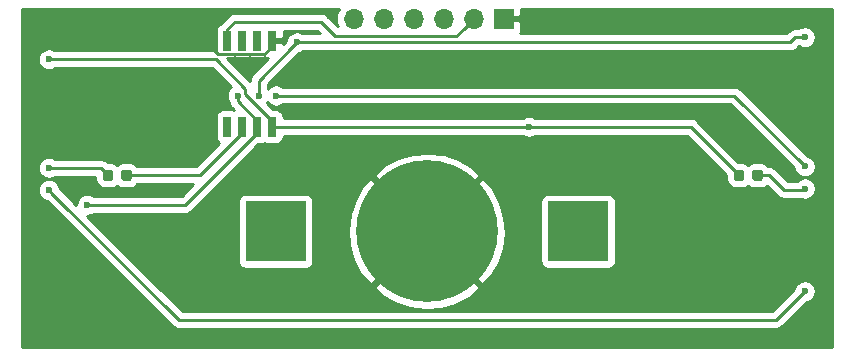
<source format=gbr>
G04 #@! TF.GenerationSoftware,KiCad,Pcbnew,(5.1.4)-1*
G04 #@! TF.CreationDate,2020-02-13T00:02:55-05:00*
G04 #@! TF.ProjectId,enemies,656e656d-6965-4732-9e6b-696361645f70,rev?*
G04 #@! TF.SameCoordinates,Original*
G04 #@! TF.FileFunction,Copper,L2,Bot*
G04 #@! TF.FilePolarity,Positive*
%FSLAX46Y46*%
G04 Gerber Fmt 4.6, Leading zero omitted, Abs format (unit mm)*
G04 Created by KiCad (PCBNEW (5.1.4)-1) date 2020-02-13 00:02:55*
%MOMM*%
%LPD*%
G04 APERTURE LIST*
%ADD10R,0.650000X1.700000*%
%ADD11C,0.100000*%
%ADD12C,0.875000*%
%ADD13O,1.700000X1.700000*%
%ADD14R,1.700000X1.700000*%
%ADD15C,12.000000*%
%ADD16R,5.100000X5.100000*%
%ADD17C,0.600000*%
%ADD18C,0.250000*%
%ADD19C,0.254000*%
G04 APERTURE END LIST*
D10*
X118095000Y-95650000D03*
X119365000Y-95650000D03*
X120635000Y-95650000D03*
X121905000Y-95650000D03*
X121905000Y-88350000D03*
X120635000Y-88350000D03*
X119365000Y-88350000D03*
X118095000Y-88350000D03*
D11*
G36*
X109815191Y-99276053D02*
G01*
X109836426Y-99279203D01*
X109857250Y-99284419D01*
X109877462Y-99291651D01*
X109896868Y-99300830D01*
X109915281Y-99311866D01*
X109932524Y-99324654D01*
X109948430Y-99339070D01*
X109962846Y-99354976D01*
X109975634Y-99372219D01*
X109986670Y-99390632D01*
X109995849Y-99410038D01*
X110003081Y-99430250D01*
X110008297Y-99451074D01*
X110011447Y-99472309D01*
X110012500Y-99493750D01*
X110012500Y-100006250D01*
X110011447Y-100027691D01*
X110008297Y-100048926D01*
X110003081Y-100069750D01*
X109995849Y-100089962D01*
X109986670Y-100109368D01*
X109975634Y-100127781D01*
X109962846Y-100145024D01*
X109948430Y-100160930D01*
X109932524Y-100175346D01*
X109915281Y-100188134D01*
X109896868Y-100199170D01*
X109877462Y-100208349D01*
X109857250Y-100215581D01*
X109836426Y-100220797D01*
X109815191Y-100223947D01*
X109793750Y-100225000D01*
X109356250Y-100225000D01*
X109334809Y-100223947D01*
X109313574Y-100220797D01*
X109292750Y-100215581D01*
X109272538Y-100208349D01*
X109253132Y-100199170D01*
X109234719Y-100188134D01*
X109217476Y-100175346D01*
X109201570Y-100160930D01*
X109187154Y-100145024D01*
X109174366Y-100127781D01*
X109163330Y-100109368D01*
X109154151Y-100089962D01*
X109146919Y-100069750D01*
X109141703Y-100048926D01*
X109138553Y-100027691D01*
X109137500Y-100006250D01*
X109137500Y-99493750D01*
X109138553Y-99472309D01*
X109141703Y-99451074D01*
X109146919Y-99430250D01*
X109154151Y-99410038D01*
X109163330Y-99390632D01*
X109174366Y-99372219D01*
X109187154Y-99354976D01*
X109201570Y-99339070D01*
X109217476Y-99324654D01*
X109234719Y-99311866D01*
X109253132Y-99300830D01*
X109272538Y-99291651D01*
X109292750Y-99284419D01*
X109313574Y-99279203D01*
X109334809Y-99276053D01*
X109356250Y-99275000D01*
X109793750Y-99275000D01*
X109815191Y-99276053D01*
X109815191Y-99276053D01*
G37*
D12*
X109575000Y-99750000D03*
D11*
G36*
X108240191Y-99276053D02*
G01*
X108261426Y-99279203D01*
X108282250Y-99284419D01*
X108302462Y-99291651D01*
X108321868Y-99300830D01*
X108340281Y-99311866D01*
X108357524Y-99324654D01*
X108373430Y-99339070D01*
X108387846Y-99354976D01*
X108400634Y-99372219D01*
X108411670Y-99390632D01*
X108420849Y-99410038D01*
X108428081Y-99430250D01*
X108433297Y-99451074D01*
X108436447Y-99472309D01*
X108437500Y-99493750D01*
X108437500Y-100006250D01*
X108436447Y-100027691D01*
X108433297Y-100048926D01*
X108428081Y-100069750D01*
X108420849Y-100089962D01*
X108411670Y-100109368D01*
X108400634Y-100127781D01*
X108387846Y-100145024D01*
X108373430Y-100160930D01*
X108357524Y-100175346D01*
X108340281Y-100188134D01*
X108321868Y-100199170D01*
X108302462Y-100208349D01*
X108282250Y-100215581D01*
X108261426Y-100220797D01*
X108240191Y-100223947D01*
X108218750Y-100225000D01*
X107781250Y-100225000D01*
X107759809Y-100223947D01*
X107738574Y-100220797D01*
X107717750Y-100215581D01*
X107697538Y-100208349D01*
X107678132Y-100199170D01*
X107659719Y-100188134D01*
X107642476Y-100175346D01*
X107626570Y-100160930D01*
X107612154Y-100145024D01*
X107599366Y-100127781D01*
X107588330Y-100109368D01*
X107579151Y-100089962D01*
X107571919Y-100069750D01*
X107566703Y-100048926D01*
X107563553Y-100027691D01*
X107562500Y-100006250D01*
X107562500Y-99493750D01*
X107563553Y-99472309D01*
X107566703Y-99451074D01*
X107571919Y-99430250D01*
X107579151Y-99410038D01*
X107588330Y-99390632D01*
X107599366Y-99372219D01*
X107612154Y-99354976D01*
X107626570Y-99339070D01*
X107642476Y-99324654D01*
X107659719Y-99311866D01*
X107678132Y-99300830D01*
X107697538Y-99291651D01*
X107717750Y-99284419D01*
X107738574Y-99279203D01*
X107759809Y-99276053D01*
X107781250Y-99275000D01*
X108218750Y-99275000D01*
X108240191Y-99276053D01*
X108240191Y-99276053D01*
G37*
D12*
X108000000Y-99750000D03*
D11*
G36*
X161665191Y-99276053D02*
G01*
X161686426Y-99279203D01*
X161707250Y-99284419D01*
X161727462Y-99291651D01*
X161746868Y-99300830D01*
X161765281Y-99311866D01*
X161782524Y-99324654D01*
X161798430Y-99339070D01*
X161812846Y-99354976D01*
X161825634Y-99372219D01*
X161836670Y-99390632D01*
X161845849Y-99410038D01*
X161853081Y-99430250D01*
X161858297Y-99451074D01*
X161861447Y-99472309D01*
X161862500Y-99493750D01*
X161862500Y-100006250D01*
X161861447Y-100027691D01*
X161858297Y-100048926D01*
X161853081Y-100069750D01*
X161845849Y-100089962D01*
X161836670Y-100109368D01*
X161825634Y-100127781D01*
X161812846Y-100145024D01*
X161798430Y-100160930D01*
X161782524Y-100175346D01*
X161765281Y-100188134D01*
X161746868Y-100199170D01*
X161727462Y-100208349D01*
X161707250Y-100215581D01*
X161686426Y-100220797D01*
X161665191Y-100223947D01*
X161643750Y-100225000D01*
X161206250Y-100225000D01*
X161184809Y-100223947D01*
X161163574Y-100220797D01*
X161142750Y-100215581D01*
X161122538Y-100208349D01*
X161103132Y-100199170D01*
X161084719Y-100188134D01*
X161067476Y-100175346D01*
X161051570Y-100160930D01*
X161037154Y-100145024D01*
X161024366Y-100127781D01*
X161013330Y-100109368D01*
X161004151Y-100089962D01*
X160996919Y-100069750D01*
X160991703Y-100048926D01*
X160988553Y-100027691D01*
X160987500Y-100006250D01*
X160987500Y-99493750D01*
X160988553Y-99472309D01*
X160991703Y-99451074D01*
X160996919Y-99430250D01*
X161004151Y-99410038D01*
X161013330Y-99390632D01*
X161024366Y-99372219D01*
X161037154Y-99354976D01*
X161051570Y-99339070D01*
X161067476Y-99324654D01*
X161084719Y-99311866D01*
X161103132Y-99300830D01*
X161122538Y-99291651D01*
X161142750Y-99284419D01*
X161163574Y-99279203D01*
X161184809Y-99276053D01*
X161206250Y-99275000D01*
X161643750Y-99275000D01*
X161665191Y-99276053D01*
X161665191Y-99276053D01*
G37*
D12*
X161425000Y-99750000D03*
D11*
G36*
X163240191Y-99276053D02*
G01*
X163261426Y-99279203D01*
X163282250Y-99284419D01*
X163302462Y-99291651D01*
X163321868Y-99300830D01*
X163340281Y-99311866D01*
X163357524Y-99324654D01*
X163373430Y-99339070D01*
X163387846Y-99354976D01*
X163400634Y-99372219D01*
X163411670Y-99390632D01*
X163420849Y-99410038D01*
X163428081Y-99430250D01*
X163433297Y-99451074D01*
X163436447Y-99472309D01*
X163437500Y-99493750D01*
X163437500Y-100006250D01*
X163436447Y-100027691D01*
X163433297Y-100048926D01*
X163428081Y-100069750D01*
X163420849Y-100089962D01*
X163411670Y-100109368D01*
X163400634Y-100127781D01*
X163387846Y-100145024D01*
X163373430Y-100160930D01*
X163357524Y-100175346D01*
X163340281Y-100188134D01*
X163321868Y-100199170D01*
X163302462Y-100208349D01*
X163282250Y-100215581D01*
X163261426Y-100220797D01*
X163240191Y-100223947D01*
X163218750Y-100225000D01*
X162781250Y-100225000D01*
X162759809Y-100223947D01*
X162738574Y-100220797D01*
X162717750Y-100215581D01*
X162697538Y-100208349D01*
X162678132Y-100199170D01*
X162659719Y-100188134D01*
X162642476Y-100175346D01*
X162626570Y-100160930D01*
X162612154Y-100145024D01*
X162599366Y-100127781D01*
X162588330Y-100109368D01*
X162579151Y-100089962D01*
X162571919Y-100069750D01*
X162566703Y-100048926D01*
X162563553Y-100027691D01*
X162562500Y-100006250D01*
X162562500Y-99493750D01*
X162563553Y-99472309D01*
X162566703Y-99451074D01*
X162571919Y-99430250D01*
X162579151Y-99410038D01*
X162588330Y-99390632D01*
X162599366Y-99372219D01*
X162612154Y-99354976D01*
X162626570Y-99339070D01*
X162642476Y-99324654D01*
X162659719Y-99311866D01*
X162678132Y-99300830D01*
X162697538Y-99291651D01*
X162717750Y-99284419D01*
X162738574Y-99279203D01*
X162759809Y-99276053D01*
X162781250Y-99275000D01*
X163218750Y-99275000D01*
X163240191Y-99276053D01*
X163240191Y-99276053D01*
G37*
D12*
X163000000Y-99750000D03*
D13*
X128800000Y-86500000D03*
X131340000Y-86500000D03*
X133880000Y-86500000D03*
X136420000Y-86500000D03*
X138960000Y-86500000D03*
D14*
X141500000Y-86500000D03*
D15*
X135000000Y-104500000D03*
D16*
X122200000Y-104500000D03*
X147800000Y-104500000D03*
D17*
X116500000Y-88975000D03*
X147800000Y-104500000D03*
X122200000Y-104500000D03*
X118095000Y-95650000D03*
X167000000Y-100875000D03*
X167000000Y-88062500D03*
X120750000Y-93000000D03*
X106250000Y-102250000D03*
X119000004Y-93000000D03*
X124000006Y-88500000D03*
X103000010Y-99125000D03*
X143650000Y-95650000D03*
X103000004Y-89937500D03*
X119365000Y-88350000D03*
X167000000Y-109562500D03*
X103000022Y-101000000D03*
X167000000Y-99000000D03*
X119365000Y-95650000D03*
X122250000Y-93000012D03*
D18*
X116786412Y-88975000D02*
X116500000Y-88975000D01*
X117336413Y-89525001D02*
X116786412Y-88975000D01*
X121254999Y-89525001D02*
X117336413Y-89525001D01*
X121905000Y-88350000D02*
X121905000Y-88875000D01*
X121905000Y-88875000D02*
X121254999Y-89525001D01*
X118095000Y-95650000D02*
X118095000Y-96175000D01*
X163000000Y-99750000D02*
X164000000Y-99750000D01*
X164000000Y-99750000D02*
X165250000Y-101000000D01*
X165250000Y-101000000D02*
X166875000Y-101000000D01*
X166875000Y-101000000D02*
X167000000Y-100875000D01*
X120635000Y-96175000D02*
X120635000Y-95650000D01*
X114560000Y-102250000D02*
X120635000Y-96175000D01*
X106250000Y-102250000D02*
X114560000Y-102250000D01*
X119000004Y-93424264D02*
X119000004Y-93000000D01*
X120635000Y-95650000D02*
X120635000Y-95125000D01*
X120635000Y-95125000D02*
X119000004Y-93490004D01*
X119000004Y-93490004D02*
X119000004Y-93424264D01*
X123700007Y-88799999D02*
X124000006Y-88500000D01*
X120750000Y-91750006D02*
X123700007Y-88799999D01*
X167000000Y-88062500D02*
X166200000Y-88062500D01*
X166200000Y-88062500D02*
X165762500Y-88500000D01*
X124424270Y-88500000D02*
X124000006Y-88500000D01*
X165762500Y-88500000D02*
X124424270Y-88500000D01*
X120750000Y-93000000D02*
X120750000Y-91750006D01*
X108000000Y-99750000D02*
X107375000Y-99125000D01*
X107375000Y-99125000D02*
X103424274Y-99125000D01*
X103424274Y-99125000D02*
X103000010Y-99125000D01*
X161425000Y-99750000D02*
X157325000Y-95650000D01*
X157325000Y-95650000D02*
X143650000Y-95650000D01*
X143650000Y-95650000D02*
X121905000Y-95650000D01*
X117112502Y-89937500D02*
X103424268Y-89937500D01*
X103424268Y-89937500D02*
X103000004Y-89937500D01*
X119625001Y-92449999D02*
X117112502Y-89937500D01*
X119625001Y-92845001D02*
X119625001Y-92449999D01*
X121905000Y-95125000D02*
X119625001Y-92845001D01*
X121905000Y-95650000D02*
X121905000Y-95125000D01*
X164562500Y-112000000D02*
X114000022Y-112000000D01*
X114000022Y-112000000D02*
X103300021Y-101299999D01*
X103300021Y-101299999D02*
X103000022Y-101000000D01*
X167000000Y-109562500D02*
X164562500Y-112000000D01*
X110112500Y-99750000D02*
X109575000Y-99750000D01*
X119365000Y-95650000D02*
X119365000Y-96175000D01*
X119365000Y-96175000D02*
X115790000Y-99750000D01*
X115790000Y-99750000D02*
X110112500Y-99750000D01*
X161000012Y-93000012D02*
X122674264Y-93000012D01*
X122674264Y-93000012D02*
X122250000Y-93000012D01*
X167000000Y-99000000D02*
X161000012Y-93000012D01*
X138110001Y-87349999D02*
X138960000Y-86500000D01*
X118095000Y-87405000D02*
X118750000Y-86750000D01*
X118095000Y-88350000D02*
X118095000Y-87405000D01*
X118750000Y-86750000D02*
X126000000Y-86750000D01*
X126000000Y-86750000D02*
X127250000Y-88000000D01*
X127250000Y-88000000D02*
X137460000Y-88000000D01*
X137460000Y-88000000D02*
X138110001Y-87349999D01*
D19*
G36*
X127421401Y-85928966D02*
G01*
X127336487Y-86208889D01*
X127307815Y-86500000D01*
X127336487Y-86791111D01*
X127421401Y-87071034D01*
X127450757Y-87125955D01*
X126563804Y-86239003D01*
X126540001Y-86209999D01*
X126424276Y-86115026D01*
X126292247Y-86044454D01*
X126148986Y-86000997D01*
X126037333Y-85990000D01*
X126037322Y-85990000D01*
X126000000Y-85986324D01*
X125962678Y-85990000D01*
X118787323Y-85990000D01*
X118750000Y-85986324D01*
X118712677Y-85990000D01*
X118712667Y-85990000D01*
X118601014Y-86000997D01*
X118457753Y-86044454D01*
X118325723Y-86115026D01*
X118242083Y-86183668D01*
X118209999Y-86209999D01*
X118186200Y-86238998D01*
X117583998Y-86841201D01*
X117555000Y-86864999D01*
X117531202Y-86893997D01*
X117531201Y-86893998D01*
X117511282Y-86918269D01*
X117415506Y-86969463D01*
X117318815Y-87048815D01*
X117239463Y-87145506D01*
X117180498Y-87255820D01*
X117144188Y-87375518D01*
X117131928Y-87500000D01*
X117131928Y-89175737D01*
X117112502Y-89173824D01*
X117075180Y-89177500D01*
X103545539Y-89177500D01*
X103442893Y-89108914D01*
X103272733Y-89038432D01*
X103092093Y-89002500D01*
X102907915Y-89002500D01*
X102727275Y-89038432D01*
X102557115Y-89108914D01*
X102403976Y-89211238D01*
X102273742Y-89341472D01*
X102171418Y-89494611D01*
X102100936Y-89664771D01*
X102065004Y-89845411D01*
X102065004Y-90029589D01*
X102100936Y-90210229D01*
X102171418Y-90380389D01*
X102273742Y-90533528D01*
X102403976Y-90663762D01*
X102557115Y-90766086D01*
X102727275Y-90836568D01*
X102907915Y-90872500D01*
X103092093Y-90872500D01*
X103272733Y-90836568D01*
X103442893Y-90766086D01*
X103545539Y-90697500D01*
X116797701Y-90697500D01*
X118388957Y-92288757D01*
X118273742Y-92403972D01*
X118171418Y-92557111D01*
X118100936Y-92727271D01*
X118065004Y-92907911D01*
X118065004Y-93092089D01*
X118100936Y-93272729D01*
X118171418Y-93442889D01*
X118242106Y-93548682D01*
X118251001Y-93638989D01*
X118287712Y-93760012D01*
X118294458Y-93782250D01*
X118365030Y-93914280D01*
X118382035Y-93935000D01*
X118460003Y-94030005D01*
X118489007Y-94053808D01*
X118637649Y-94202450D01*
X118544482Y-94174188D01*
X118420000Y-94161928D01*
X117770000Y-94161928D01*
X117645518Y-94174188D01*
X117525820Y-94210498D01*
X117415506Y-94269463D01*
X117318815Y-94348815D01*
X117239463Y-94445506D01*
X117180498Y-94555820D01*
X117144188Y-94675518D01*
X117131928Y-94800000D01*
X117131928Y-96500000D01*
X117144188Y-96624482D01*
X117180498Y-96744180D01*
X117239463Y-96854494D01*
X117318815Y-96951185D01*
X117415506Y-97030537D01*
X117427989Y-97037209D01*
X115475199Y-98990000D01*
X110483418Y-98990000D01*
X110399615Y-98887885D01*
X110269775Y-98781329D01*
X110121642Y-98702150D01*
X109960908Y-98653392D01*
X109793750Y-98636928D01*
X109356250Y-98636928D01*
X109189092Y-98653392D01*
X109028358Y-98702150D01*
X108880225Y-98781329D01*
X108787500Y-98857426D01*
X108694775Y-98781329D01*
X108546642Y-98702150D01*
X108385908Y-98653392D01*
X108218750Y-98636928D01*
X107961729Y-98636928D01*
X107938803Y-98614002D01*
X107915001Y-98584999D01*
X107799276Y-98490026D01*
X107667247Y-98419454D01*
X107523986Y-98375997D01*
X107412333Y-98365000D01*
X107412322Y-98365000D01*
X107375000Y-98361324D01*
X107337678Y-98365000D01*
X103545545Y-98365000D01*
X103442899Y-98296414D01*
X103272739Y-98225932D01*
X103092099Y-98190000D01*
X102907921Y-98190000D01*
X102727281Y-98225932D01*
X102557121Y-98296414D01*
X102403982Y-98398738D01*
X102273748Y-98528972D01*
X102171424Y-98682111D01*
X102100942Y-98852271D01*
X102065010Y-99032911D01*
X102065010Y-99217089D01*
X102100942Y-99397729D01*
X102171424Y-99567889D01*
X102273748Y-99721028D01*
X102403982Y-99851262D01*
X102557121Y-99953586D01*
X102727281Y-100024068D01*
X102907921Y-100060000D01*
X103092099Y-100060000D01*
X103272739Y-100024068D01*
X103442899Y-99953586D01*
X103545545Y-99885000D01*
X106924428Y-99885000D01*
X106924428Y-100006250D01*
X106940892Y-100173408D01*
X106989650Y-100334142D01*
X107068829Y-100482275D01*
X107175385Y-100612115D01*
X107305225Y-100718671D01*
X107453358Y-100797850D01*
X107614092Y-100846608D01*
X107781250Y-100863072D01*
X108218750Y-100863072D01*
X108385908Y-100846608D01*
X108546642Y-100797850D01*
X108694775Y-100718671D01*
X108787500Y-100642574D01*
X108880225Y-100718671D01*
X109028358Y-100797850D01*
X109189092Y-100846608D01*
X109356250Y-100863072D01*
X109793750Y-100863072D01*
X109960908Y-100846608D01*
X110121642Y-100797850D01*
X110269775Y-100718671D01*
X110399615Y-100612115D01*
X110483418Y-100510000D01*
X115225199Y-100510000D01*
X114245199Y-101490000D01*
X106795535Y-101490000D01*
X106692889Y-101421414D01*
X106522729Y-101350932D01*
X106342089Y-101315000D01*
X106157911Y-101315000D01*
X105977271Y-101350932D01*
X105807111Y-101421414D01*
X105653972Y-101523738D01*
X105523738Y-101653972D01*
X105421414Y-101807111D01*
X105350932Y-101977271D01*
X105315000Y-102157911D01*
X105315000Y-102240177D01*
X103923175Y-100848352D01*
X103899090Y-100727271D01*
X103828608Y-100557111D01*
X103726284Y-100403972D01*
X103596050Y-100273738D01*
X103442911Y-100171414D01*
X103272751Y-100100932D01*
X103092111Y-100065000D01*
X102907933Y-100065000D01*
X102727293Y-100100932D01*
X102557133Y-100171414D01*
X102403994Y-100273738D01*
X102273760Y-100403972D01*
X102171436Y-100557111D01*
X102100954Y-100727271D01*
X102065022Y-100907911D01*
X102065022Y-101092089D01*
X102100954Y-101272729D01*
X102171436Y-101442889D01*
X102273760Y-101596028D01*
X102403994Y-101726262D01*
X102557133Y-101828586D01*
X102727293Y-101899068D01*
X102848374Y-101923153D01*
X113436223Y-112511003D01*
X113460021Y-112540001D01*
X113489019Y-112563799D01*
X113575746Y-112634974D01*
X113707775Y-112705546D01*
X113851036Y-112749003D01*
X114000022Y-112763677D01*
X114037355Y-112760000D01*
X164525178Y-112760000D01*
X164562500Y-112763676D01*
X164599822Y-112760000D01*
X164599833Y-112760000D01*
X164711486Y-112749003D01*
X164854747Y-112705546D01*
X164986776Y-112634974D01*
X165102501Y-112540001D01*
X165126304Y-112510997D01*
X167151649Y-110485653D01*
X167272729Y-110461568D01*
X167442889Y-110391086D01*
X167596028Y-110288762D01*
X167726262Y-110158528D01*
X167828586Y-110005389D01*
X167899068Y-109835229D01*
X167935000Y-109654589D01*
X167935000Y-109470411D01*
X167899068Y-109289771D01*
X167828586Y-109119611D01*
X167726262Y-108966472D01*
X167596028Y-108836238D01*
X167442889Y-108733914D01*
X167272729Y-108663432D01*
X167092089Y-108627500D01*
X166907911Y-108627500D01*
X166727271Y-108663432D01*
X166557111Y-108733914D01*
X166403972Y-108836238D01*
X166273738Y-108966472D01*
X166171414Y-109119611D01*
X166100932Y-109289771D01*
X166076847Y-109410851D01*
X164247699Y-111240000D01*
X114314824Y-111240000D01*
X112265852Y-109191028D01*
X130488577Y-109191028D01*
X131184631Y-109967471D01*
X132324592Y-110606757D01*
X133567369Y-111011363D01*
X134865200Y-111165741D01*
X136168212Y-111063960D01*
X137426330Y-110709928D01*
X138591206Y-110117253D01*
X138815369Y-109967471D01*
X139511423Y-109191028D01*
X135000000Y-104679605D01*
X130488577Y-109191028D01*
X112265852Y-109191028D01*
X106259823Y-103185000D01*
X106342089Y-103185000D01*
X106522729Y-103149068D01*
X106692889Y-103078586D01*
X106795535Y-103010000D01*
X114522678Y-103010000D01*
X114560000Y-103013676D01*
X114597322Y-103010000D01*
X114597333Y-103010000D01*
X114708986Y-102999003D01*
X114852247Y-102955546D01*
X114984276Y-102884974D01*
X115100001Y-102790001D01*
X115123804Y-102760997D01*
X115934801Y-101950000D01*
X119011928Y-101950000D01*
X119011928Y-107050000D01*
X119024188Y-107174482D01*
X119060498Y-107294180D01*
X119119463Y-107404494D01*
X119198815Y-107501185D01*
X119295506Y-107580537D01*
X119405820Y-107639502D01*
X119525518Y-107675812D01*
X119650000Y-107688072D01*
X124750000Y-107688072D01*
X124874482Y-107675812D01*
X124994180Y-107639502D01*
X125104494Y-107580537D01*
X125201185Y-107501185D01*
X125280537Y-107404494D01*
X125339502Y-107294180D01*
X125375812Y-107174482D01*
X125388072Y-107050000D01*
X125388072Y-104365200D01*
X128334259Y-104365200D01*
X128436040Y-105668212D01*
X128790072Y-106926330D01*
X129382747Y-108091206D01*
X129532529Y-108315369D01*
X130308972Y-109011423D01*
X134820395Y-104500000D01*
X135179605Y-104500000D01*
X139691028Y-109011423D01*
X140467471Y-108315369D01*
X141106757Y-107175408D01*
X141511363Y-105932631D01*
X141665741Y-104634800D01*
X141563960Y-103331788D01*
X141209928Y-102073670D01*
X141147007Y-101950000D01*
X144611928Y-101950000D01*
X144611928Y-107050000D01*
X144624188Y-107174482D01*
X144660498Y-107294180D01*
X144719463Y-107404494D01*
X144798815Y-107501185D01*
X144895506Y-107580537D01*
X145005820Y-107639502D01*
X145125518Y-107675812D01*
X145250000Y-107688072D01*
X150350000Y-107688072D01*
X150474482Y-107675812D01*
X150594180Y-107639502D01*
X150704494Y-107580537D01*
X150801185Y-107501185D01*
X150880537Y-107404494D01*
X150939502Y-107294180D01*
X150975812Y-107174482D01*
X150988072Y-107050000D01*
X150988072Y-101950000D01*
X150975812Y-101825518D01*
X150939502Y-101705820D01*
X150880537Y-101595506D01*
X150801185Y-101498815D01*
X150704494Y-101419463D01*
X150594180Y-101360498D01*
X150474482Y-101324188D01*
X150350000Y-101311928D01*
X145250000Y-101311928D01*
X145125518Y-101324188D01*
X145005820Y-101360498D01*
X144895506Y-101419463D01*
X144798815Y-101498815D01*
X144719463Y-101595506D01*
X144660498Y-101705820D01*
X144624188Y-101825518D01*
X144611928Y-101950000D01*
X141147007Y-101950000D01*
X140617253Y-100908794D01*
X140467471Y-100684631D01*
X139691028Y-99988577D01*
X135179605Y-104500000D01*
X134820395Y-104500000D01*
X130308972Y-99988577D01*
X129532529Y-100684631D01*
X128893243Y-101824592D01*
X128488637Y-103067369D01*
X128334259Y-104365200D01*
X125388072Y-104365200D01*
X125388072Y-101950000D01*
X125375812Y-101825518D01*
X125339502Y-101705820D01*
X125280537Y-101595506D01*
X125201185Y-101498815D01*
X125104494Y-101419463D01*
X124994180Y-101360498D01*
X124874482Y-101324188D01*
X124750000Y-101311928D01*
X119650000Y-101311928D01*
X119525518Y-101324188D01*
X119405820Y-101360498D01*
X119295506Y-101419463D01*
X119198815Y-101498815D01*
X119119463Y-101595506D01*
X119060498Y-101705820D01*
X119024188Y-101825518D01*
X119011928Y-101950000D01*
X115934801Y-101950000D01*
X118075829Y-99808972D01*
X130488577Y-99808972D01*
X135000000Y-104320395D01*
X139511423Y-99808972D01*
X138815369Y-99032529D01*
X137675408Y-98393243D01*
X136432631Y-97988637D01*
X135134800Y-97834259D01*
X133831788Y-97936040D01*
X132573670Y-98290072D01*
X131408794Y-98882747D01*
X131184631Y-99032529D01*
X130488577Y-99808972D01*
X118075829Y-99808972D01*
X120746731Y-97138072D01*
X120960000Y-97138072D01*
X121084482Y-97125812D01*
X121204180Y-97089502D01*
X121270000Y-97054320D01*
X121335820Y-97089502D01*
X121455518Y-97125812D01*
X121580000Y-97138072D01*
X122230000Y-97138072D01*
X122354482Y-97125812D01*
X122474180Y-97089502D01*
X122584494Y-97030537D01*
X122681185Y-96951185D01*
X122760537Y-96854494D01*
X122819502Y-96744180D01*
X122855812Y-96624482D01*
X122868072Y-96500000D01*
X122868072Y-96410000D01*
X143104465Y-96410000D01*
X143207111Y-96478586D01*
X143377271Y-96549068D01*
X143557911Y-96585000D01*
X143742089Y-96585000D01*
X143922729Y-96549068D01*
X144092889Y-96478586D01*
X144195535Y-96410000D01*
X157010199Y-96410000D01*
X160349428Y-99749230D01*
X160349428Y-100006250D01*
X160365892Y-100173408D01*
X160414650Y-100334142D01*
X160493829Y-100482275D01*
X160600385Y-100612115D01*
X160730225Y-100718671D01*
X160878358Y-100797850D01*
X161039092Y-100846608D01*
X161206250Y-100863072D01*
X161643750Y-100863072D01*
X161810908Y-100846608D01*
X161971642Y-100797850D01*
X162119775Y-100718671D01*
X162212500Y-100642574D01*
X162305225Y-100718671D01*
X162453358Y-100797850D01*
X162614092Y-100846608D01*
X162781250Y-100863072D01*
X163218750Y-100863072D01*
X163385908Y-100846608D01*
X163546642Y-100797850D01*
X163694775Y-100718671D01*
X163804127Y-100628929D01*
X164686200Y-101511002D01*
X164709999Y-101540001D01*
X164738997Y-101563799D01*
X164825723Y-101634974D01*
X164861266Y-101653972D01*
X164957753Y-101705546D01*
X165101014Y-101749003D01*
X165212667Y-101760000D01*
X165212677Y-101760000D01*
X165250000Y-101763676D01*
X165287323Y-101760000D01*
X166693308Y-101760000D01*
X166727271Y-101774068D01*
X166907911Y-101810000D01*
X167092089Y-101810000D01*
X167272729Y-101774068D01*
X167442889Y-101703586D01*
X167596028Y-101601262D01*
X167726262Y-101471028D01*
X167828586Y-101317889D01*
X167899068Y-101147729D01*
X167935000Y-100967089D01*
X167935000Y-100782911D01*
X167899068Y-100602271D01*
X167828586Y-100432111D01*
X167726262Y-100278972D01*
X167596028Y-100148738D01*
X167442889Y-100046414D01*
X167272729Y-99975932D01*
X167092089Y-99940000D01*
X166907911Y-99940000D01*
X166727271Y-99975932D01*
X166557111Y-100046414D01*
X166403972Y-100148738D01*
X166312710Y-100240000D01*
X165564802Y-100240000D01*
X164563804Y-99239003D01*
X164540001Y-99209999D01*
X164424276Y-99115026D01*
X164292247Y-99044454D01*
X164148986Y-99000997D01*
X164037333Y-98990000D01*
X164037322Y-98990000D01*
X164000000Y-98986324D01*
X163962678Y-98990000D01*
X163908418Y-98990000D01*
X163824615Y-98887885D01*
X163694775Y-98781329D01*
X163546642Y-98702150D01*
X163385908Y-98653392D01*
X163218750Y-98636928D01*
X162781250Y-98636928D01*
X162614092Y-98653392D01*
X162453358Y-98702150D01*
X162305225Y-98781329D01*
X162212500Y-98857426D01*
X162119775Y-98781329D01*
X161971642Y-98702150D01*
X161810908Y-98653392D01*
X161643750Y-98636928D01*
X161386730Y-98636928D01*
X157888804Y-95139003D01*
X157865001Y-95109999D01*
X157749276Y-95015026D01*
X157617247Y-94944454D01*
X157473986Y-94900997D01*
X157362333Y-94890000D01*
X157362322Y-94890000D01*
X157325000Y-94886324D01*
X157287678Y-94890000D01*
X144195535Y-94890000D01*
X144092889Y-94821414D01*
X143922729Y-94750932D01*
X143742089Y-94715000D01*
X143557911Y-94715000D01*
X143377271Y-94750932D01*
X143207111Y-94821414D01*
X143104465Y-94890000D01*
X122868072Y-94890000D01*
X122868072Y-94800000D01*
X122855812Y-94675518D01*
X122819502Y-94555820D01*
X122760537Y-94445506D01*
X122681185Y-94348815D01*
X122584494Y-94269463D01*
X122474180Y-94210498D01*
X122354482Y-94174188D01*
X122230000Y-94161928D01*
X122016730Y-94161928D01*
X121463546Y-93608744D01*
X121476262Y-93596028D01*
X121499996Y-93560508D01*
X121523738Y-93596040D01*
X121653972Y-93726274D01*
X121807111Y-93828598D01*
X121977271Y-93899080D01*
X122157911Y-93935012D01*
X122342089Y-93935012D01*
X122522729Y-93899080D01*
X122692889Y-93828598D01*
X122795535Y-93760012D01*
X160685211Y-93760012D01*
X166076848Y-99151651D01*
X166100932Y-99272729D01*
X166171414Y-99442889D01*
X166273738Y-99596028D01*
X166403972Y-99726262D01*
X166557111Y-99828586D01*
X166727271Y-99899068D01*
X166907911Y-99935000D01*
X167092089Y-99935000D01*
X167272729Y-99899068D01*
X167442889Y-99828586D01*
X167596028Y-99726262D01*
X167726262Y-99596028D01*
X167828586Y-99442889D01*
X167899068Y-99272729D01*
X167935000Y-99092089D01*
X167935000Y-98907911D01*
X167899068Y-98727271D01*
X167828586Y-98557111D01*
X167726262Y-98403972D01*
X167596028Y-98273738D01*
X167442889Y-98171414D01*
X167272729Y-98100932D01*
X167151651Y-98076848D01*
X161563816Y-92489015D01*
X161540013Y-92460011D01*
X161424288Y-92365038D01*
X161292259Y-92294466D01*
X161148998Y-92251009D01*
X161037345Y-92240012D01*
X161037334Y-92240012D01*
X161000012Y-92236336D01*
X160962690Y-92240012D01*
X122795535Y-92240012D01*
X122692889Y-92171426D01*
X122522729Y-92100944D01*
X122342089Y-92065012D01*
X122157911Y-92065012D01*
X121977271Y-92100944D01*
X121807111Y-92171426D01*
X121653972Y-92273750D01*
X121523738Y-92403984D01*
X121510000Y-92424544D01*
X121510000Y-92064807D01*
X124151655Y-89423153D01*
X124272735Y-89399068D01*
X124442895Y-89328586D01*
X124545541Y-89260000D01*
X165725178Y-89260000D01*
X165762500Y-89263676D01*
X165799822Y-89260000D01*
X165799833Y-89260000D01*
X165911486Y-89249003D01*
X166054747Y-89205546D01*
X166186776Y-89134974D01*
X166302501Y-89040001D01*
X166326303Y-89010998D01*
X166490634Y-88846668D01*
X166557111Y-88891086D01*
X166727271Y-88961568D01*
X166907911Y-88997500D01*
X167092089Y-88997500D01*
X167272729Y-88961568D01*
X167442889Y-88891086D01*
X167596028Y-88788762D01*
X167726262Y-88658528D01*
X167828586Y-88505389D01*
X167899068Y-88335229D01*
X167935000Y-88154589D01*
X167935000Y-87970411D01*
X167899068Y-87789771D01*
X167828586Y-87619611D01*
X167726262Y-87466472D01*
X167596028Y-87336238D01*
X167442889Y-87233914D01*
X167272729Y-87163432D01*
X167092089Y-87127500D01*
X166907911Y-87127500D01*
X166727271Y-87163432D01*
X166557111Y-87233914D01*
X166454465Y-87302500D01*
X166237322Y-87302500D01*
X166199999Y-87298824D01*
X166162676Y-87302500D01*
X166162667Y-87302500D01*
X166051014Y-87313497D01*
X165907753Y-87356954D01*
X165775724Y-87427526D01*
X165659999Y-87522499D01*
X165636200Y-87551498D01*
X165447698Y-87740000D01*
X142851398Y-87740000D01*
X142880537Y-87704494D01*
X142939502Y-87594180D01*
X142975812Y-87474482D01*
X142988072Y-87350000D01*
X142985000Y-86785750D01*
X142826250Y-86627000D01*
X141627000Y-86627000D01*
X141627000Y-86647000D01*
X141373000Y-86647000D01*
X141373000Y-86627000D01*
X141353000Y-86627000D01*
X141353000Y-86373000D01*
X141373000Y-86373000D01*
X141373000Y-86353000D01*
X141627000Y-86353000D01*
X141627000Y-86373000D01*
X142826250Y-86373000D01*
X142985000Y-86214250D01*
X142987745Y-85710000D01*
X169290000Y-85710000D01*
X169290001Y-114290000D01*
X100710000Y-114290000D01*
X100710000Y-85710000D01*
X127538441Y-85710000D01*
X127421401Y-85928966D01*
X127421401Y-85928966D01*
G37*
X127421401Y-85928966D02*
X127336487Y-86208889D01*
X127307815Y-86500000D01*
X127336487Y-86791111D01*
X127421401Y-87071034D01*
X127450757Y-87125955D01*
X126563804Y-86239003D01*
X126540001Y-86209999D01*
X126424276Y-86115026D01*
X126292247Y-86044454D01*
X126148986Y-86000997D01*
X126037333Y-85990000D01*
X126037322Y-85990000D01*
X126000000Y-85986324D01*
X125962678Y-85990000D01*
X118787323Y-85990000D01*
X118750000Y-85986324D01*
X118712677Y-85990000D01*
X118712667Y-85990000D01*
X118601014Y-86000997D01*
X118457753Y-86044454D01*
X118325723Y-86115026D01*
X118242083Y-86183668D01*
X118209999Y-86209999D01*
X118186200Y-86238998D01*
X117583998Y-86841201D01*
X117555000Y-86864999D01*
X117531202Y-86893997D01*
X117531201Y-86893998D01*
X117511282Y-86918269D01*
X117415506Y-86969463D01*
X117318815Y-87048815D01*
X117239463Y-87145506D01*
X117180498Y-87255820D01*
X117144188Y-87375518D01*
X117131928Y-87500000D01*
X117131928Y-89175737D01*
X117112502Y-89173824D01*
X117075180Y-89177500D01*
X103545539Y-89177500D01*
X103442893Y-89108914D01*
X103272733Y-89038432D01*
X103092093Y-89002500D01*
X102907915Y-89002500D01*
X102727275Y-89038432D01*
X102557115Y-89108914D01*
X102403976Y-89211238D01*
X102273742Y-89341472D01*
X102171418Y-89494611D01*
X102100936Y-89664771D01*
X102065004Y-89845411D01*
X102065004Y-90029589D01*
X102100936Y-90210229D01*
X102171418Y-90380389D01*
X102273742Y-90533528D01*
X102403976Y-90663762D01*
X102557115Y-90766086D01*
X102727275Y-90836568D01*
X102907915Y-90872500D01*
X103092093Y-90872500D01*
X103272733Y-90836568D01*
X103442893Y-90766086D01*
X103545539Y-90697500D01*
X116797701Y-90697500D01*
X118388957Y-92288757D01*
X118273742Y-92403972D01*
X118171418Y-92557111D01*
X118100936Y-92727271D01*
X118065004Y-92907911D01*
X118065004Y-93092089D01*
X118100936Y-93272729D01*
X118171418Y-93442889D01*
X118242106Y-93548682D01*
X118251001Y-93638989D01*
X118287712Y-93760012D01*
X118294458Y-93782250D01*
X118365030Y-93914280D01*
X118382035Y-93935000D01*
X118460003Y-94030005D01*
X118489007Y-94053808D01*
X118637649Y-94202450D01*
X118544482Y-94174188D01*
X118420000Y-94161928D01*
X117770000Y-94161928D01*
X117645518Y-94174188D01*
X117525820Y-94210498D01*
X117415506Y-94269463D01*
X117318815Y-94348815D01*
X117239463Y-94445506D01*
X117180498Y-94555820D01*
X117144188Y-94675518D01*
X117131928Y-94800000D01*
X117131928Y-96500000D01*
X117144188Y-96624482D01*
X117180498Y-96744180D01*
X117239463Y-96854494D01*
X117318815Y-96951185D01*
X117415506Y-97030537D01*
X117427989Y-97037209D01*
X115475199Y-98990000D01*
X110483418Y-98990000D01*
X110399615Y-98887885D01*
X110269775Y-98781329D01*
X110121642Y-98702150D01*
X109960908Y-98653392D01*
X109793750Y-98636928D01*
X109356250Y-98636928D01*
X109189092Y-98653392D01*
X109028358Y-98702150D01*
X108880225Y-98781329D01*
X108787500Y-98857426D01*
X108694775Y-98781329D01*
X108546642Y-98702150D01*
X108385908Y-98653392D01*
X108218750Y-98636928D01*
X107961729Y-98636928D01*
X107938803Y-98614002D01*
X107915001Y-98584999D01*
X107799276Y-98490026D01*
X107667247Y-98419454D01*
X107523986Y-98375997D01*
X107412333Y-98365000D01*
X107412322Y-98365000D01*
X107375000Y-98361324D01*
X107337678Y-98365000D01*
X103545545Y-98365000D01*
X103442899Y-98296414D01*
X103272739Y-98225932D01*
X103092099Y-98190000D01*
X102907921Y-98190000D01*
X102727281Y-98225932D01*
X102557121Y-98296414D01*
X102403982Y-98398738D01*
X102273748Y-98528972D01*
X102171424Y-98682111D01*
X102100942Y-98852271D01*
X102065010Y-99032911D01*
X102065010Y-99217089D01*
X102100942Y-99397729D01*
X102171424Y-99567889D01*
X102273748Y-99721028D01*
X102403982Y-99851262D01*
X102557121Y-99953586D01*
X102727281Y-100024068D01*
X102907921Y-100060000D01*
X103092099Y-100060000D01*
X103272739Y-100024068D01*
X103442899Y-99953586D01*
X103545545Y-99885000D01*
X106924428Y-99885000D01*
X106924428Y-100006250D01*
X106940892Y-100173408D01*
X106989650Y-100334142D01*
X107068829Y-100482275D01*
X107175385Y-100612115D01*
X107305225Y-100718671D01*
X107453358Y-100797850D01*
X107614092Y-100846608D01*
X107781250Y-100863072D01*
X108218750Y-100863072D01*
X108385908Y-100846608D01*
X108546642Y-100797850D01*
X108694775Y-100718671D01*
X108787500Y-100642574D01*
X108880225Y-100718671D01*
X109028358Y-100797850D01*
X109189092Y-100846608D01*
X109356250Y-100863072D01*
X109793750Y-100863072D01*
X109960908Y-100846608D01*
X110121642Y-100797850D01*
X110269775Y-100718671D01*
X110399615Y-100612115D01*
X110483418Y-100510000D01*
X115225199Y-100510000D01*
X114245199Y-101490000D01*
X106795535Y-101490000D01*
X106692889Y-101421414D01*
X106522729Y-101350932D01*
X106342089Y-101315000D01*
X106157911Y-101315000D01*
X105977271Y-101350932D01*
X105807111Y-101421414D01*
X105653972Y-101523738D01*
X105523738Y-101653972D01*
X105421414Y-101807111D01*
X105350932Y-101977271D01*
X105315000Y-102157911D01*
X105315000Y-102240177D01*
X103923175Y-100848352D01*
X103899090Y-100727271D01*
X103828608Y-100557111D01*
X103726284Y-100403972D01*
X103596050Y-100273738D01*
X103442911Y-100171414D01*
X103272751Y-100100932D01*
X103092111Y-100065000D01*
X102907933Y-100065000D01*
X102727293Y-100100932D01*
X102557133Y-100171414D01*
X102403994Y-100273738D01*
X102273760Y-100403972D01*
X102171436Y-100557111D01*
X102100954Y-100727271D01*
X102065022Y-100907911D01*
X102065022Y-101092089D01*
X102100954Y-101272729D01*
X102171436Y-101442889D01*
X102273760Y-101596028D01*
X102403994Y-101726262D01*
X102557133Y-101828586D01*
X102727293Y-101899068D01*
X102848374Y-101923153D01*
X113436223Y-112511003D01*
X113460021Y-112540001D01*
X113489019Y-112563799D01*
X113575746Y-112634974D01*
X113707775Y-112705546D01*
X113851036Y-112749003D01*
X114000022Y-112763677D01*
X114037355Y-112760000D01*
X164525178Y-112760000D01*
X164562500Y-112763676D01*
X164599822Y-112760000D01*
X164599833Y-112760000D01*
X164711486Y-112749003D01*
X164854747Y-112705546D01*
X164986776Y-112634974D01*
X165102501Y-112540001D01*
X165126304Y-112510997D01*
X167151649Y-110485653D01*
X167272729Y-110461568D01*
X167442889Y-110391086D01*
X167596028Y-110288762D01*
X167726262Y-110158528D01*
X167828586Y-110005389D01*
X167899068Y-109835229D01*
X167935000Y-109654589D01*
X167935000Y-109470411D01*
X167899068Y-109289771D01*
X167828586Y-109119611D01*
X167726262Y-108966472D01*
X167596028Y-108836238D01*
X167442889Y-108733914D01*
X167272729Y-108663432D01*
X167092089Y-108627500D01*
X166907911Y-108627500D01*
X166727271Y-108663432D01*
X166557111Y-108733914D01*
X166403972Y-108836238D01*
X166273738Y-108966472D01*
X166171414Y-109119611D01*
X166100932Y-109289771D01*
X166076847Y-109410851D01*
X164247699Y-111240000D01*
X114314824Y-111240000D01*
X112265852Y-109191028D01*
X130488577Y-109191028D01*
X131184631Y-109967471D01*
X132324592Y-110606757D01*
X133567369Y-111011363D01*
X134865200Y-111165741D01*
X136168212Y-111063960D01*
X137426330Y-110709928D01*
X138591206Y-110117253D01*
X138815369Y-109967471D01*
X139511423Y-109191028D01*
X135000000Y-104679605D01*
X130488577Y-109191028D01*
X112265852Y-109191028D01*
X106259823Y-103185000D01*
X106342089Y-103185000D01*
X106522729Y-103149068D01*
X106692889Y-103078586D01*
X106795535Y-103010000D01*
X114522678Y-103010000D01*
X114560000Y-103013676D01*
X114597322Y-103010000D01*
X114597333Y-103010000D01*
X114708986Y-102999003D01*
X114852247Y-102955546D01*
X114984276Y-102884974D01*
X115100001Y-102790001D01*
X115123804Y-102760997D01*
X115934801Y-101950000D01*
X119011928Y-101950000D01*
X119011928Y-107050000D01*
X119024188Y-107174482D01*
X119060498Y-107294180D01*
X119119463Y-107404494D01*
X119198815Y-107501185D01*
X119295506Y-107580537D01*
X119405820Y-107639502D01*
X119525518Y-107675812D01*
X119650000Y-107688072D01*
X124750000Y-107688072D01*
X124874482Y-107675812D01*
X124994180Y-107639502D01*
X125104494Y-107580537D01*
X125201185Y-107501185D01*
X125280537Y-107404494D01*
X125339502Y-107294180D01*
X125375812Y-107174482D01*
X125388072Y-107050000D01*
X125388072Y-104365200D01*
X128334259Y-104365200D01*
X128436040Y-105668212D01*
X128790072Y-106926330D01*
X129382747Y-108091206D01*
X129532529Y-108315369D01*
X130308972Y-109011423D01*
X134820395Y-104500000D01*
X135179605Y-104500000D01*
X139691028Y-109011423D01*
X140467471Y-108315369D01*
X141106757Y-107175408D01*
X141511363Y-105932631D01*
X141665741Y-104634800D01*
X141563960Y-103331788D01*
X141209928Y-102073670D01*
X141147007Y-101950000D01*
X144611928Y-101950000D01*
X144611928Y-107050000D01*
X144624188Y-107174482D01*
X144660498Y-107294180D01*
X144719463Y-107404494D01*
X144798815Y-107501185D01*
X144895506Y-107580537D01*
X145005820Y-107639502D01*
X145125518Y-107675812D01*
X145250000Y-107688072D01*
X150350000Y-107688072D01*
X150474482Y-107675812D01*
X150594180Y-107639502D01*
X150704494Y-107580537D01*
X150801185Y-107501185D01*
X150880537Y-107404494D01*
X150939502Y-107294180D01*
X150975812Y-107174482D01*
X150988072Y-107050000D01*
X150988072Y-101950000D01*
X150975812Y-101825518D01*
X150939502Y-101705820D01*
X150880537Y-101595506D01*
X150801185Y-101498815D01*
X150704494Y-101419463D01*
X150594180Y-101360498D01*
X150474482Y-101324188D01*
X150350000Y-101311928D01*
X145250000Y-101311928D01*
X145125518Y-101324188D01*
X145005820Y-101360498D01*
X144895506Y-101419463D01*
X144798815Y-101498815D01*
X144719463Y-101595506D01*
X144660498Y-101705820D01*
X144624188Y-101825518D01*
X144611928Y-101950000D01*
X141147007Y-101950000D01*
X140617253Y-100908794D01*
X140467471Y-100684631D01*
X139691028Y-99988577D01*
X135179605Y-104500000D01*
X134820395Y-104500000D01*
X130308972Y-99988577D01*
X129532529Y-100684631D01*
X128893243Y-101824592D01*
X128488637Y-103067369D01*
X128334259Y-104365200D01*
X125388072Y-104365200D01*
X125388072Y-101950000D01*
X125375812Y-101825518D01*
X125339502Y-101705820D01*
X125280537Y-101595506D01*
X125201185Y-101498815D01*
X125104494Y-101419463D01*
X124994180Y-101360498D01*
X124874482Y-101324188D01*
X124750000Y-101311928D01*
X119650000Y-101311928D01*
X119525518Y-101324188D01*
X119405820Y-101360498D01*
X119295506Y-101419463D01*
X119198815Y-101498815D01*
X119119463Y-101595506D01*
X119060498Y-101705820D01*
X119024188Y-101825518D01*
X119011928Y-101950000D01*
X115934801Y-101950000D01*
X118075829Y-99808972D01*
X130488577Y-99808972D01*
X135000000Y-104320395D01*
X139511423Y-99808972D01*
X138815369Y-99032529D01*
X137675408Y-98393243D01*
X136432631Y-97988637D01*
X135134800Y-97834259D01*
X133831788Y-97936040D01*
X132573670Y-98290072D01*
X131408794Y-98882747D01*
X131184631Y-99032529D01*
X130488577Y-99808972D01*
X118075829Y-99808972D01*
X120746731Y-97138072D01*
X120960000Y-97138072D01*
X121084482Y-97125812D01*
X121204180Y-97089502D01*
X121270000Y-97054320D01*
X121335820Y-97089502D01*
X121455518Y-97125812D01*
X121580000Y-97138072D01*
X122230000Y-97138072D01*
X122354482Y-97125812D01*
X122474180Y-97089502D01*
X122584494Y-97030537D01*
X122681185Y-96951185D01*
X122760537Y-96854494D01*
X122819502Y-96744180D01*
X122855812Y-96624482D01*
X122868072Y-96500000D01*
X122868072Y-96410000D01*
X143104465Y-96410000D01*
X143207111Y-96478586D01*
X143377271Y-96549068D01*
X143557911Y-96585000D01*
X143742089Y-96585000D01*
X143922729Y-96549068D01*
X144092889Y-96478586D01*
X144195535Y-96410000D01*
X157010199Y-96410000D01*
X160349428Y-99749230D01*
X160349428Y-100006250D01*
X160365892Y-100173408D01*
X160414650Y-100334142D01*
X160493829Y-100482275D01*
X160600385Y-100612115D01*
X160730225Y-100718671D01*
X160878358Y-100797850D01*
X161039092Y-100846608D01*
X161206250Y-100863072D01*
X161643750Y-100863072D01*
X161810908Y-100846608D01*
X161971642Y-100797850D01*
X162119775Y-100718671D01*
X162212500Y-100642574D01*
X162305225Y-100718671D01*
X162453358Y-100797850D01*
X162614092Y-100846608D01*
X162781250Y-100863072D01*
X163218750Y-100863072D01*
X163385908Y-100846608D01*
X163546642Y-100797850D01*
X163694775Y-100718671D01*
X163804127Y-100628929D01*
X164686200Y-101511002D01*
X164709999Y-101540001D01*
X164738997Y-101563799D01*
X164825723Y-101634974D01*
X164861266Y-101653972D01*
X164957753Y-101705546D01*
X165101014Y-101749003D01*
X165212667Y-101760000D01*
X165212677Y-101760000D01*
X165250000Y-101763676D01*
X165287323Y-101760000D01*
X166693308Y-101760000D01*
X166727271Y-101774068D01*
X166907911Y-101810000D01*
X167092089Y-101810000D01*
X167272729Y-101774068D01*
X167442889Y-101703586D01*
X167596028Y-101601262D01*
X167726262Y-101471028D01*
X167828586Y-101317889D01*
X167899068Y-101147729D01*
X167935000Y-100967089D01*
X167935000Y-100782911D01*
X167899068Y-100602271D01*
X167828586Y-100432111D01*
X167726262Y-100278972D01*
X167596028Y-100148738D01*
X167442889Y-100046414D01*
X167272729Y-99975932D01*
X167092089Y-99940000D01*
X166907911Y-99940000D01*
X166727271Y-99975932D01*
X166557111Y-100046414D01*
X166403972Y-100148738D01*
X166312710Y-100240000D01*
X165564802Y-100240000D01*
X164563804Y-99239003D01*
X164540001Y-99209999D01*
X164424276Y-99115026D01*
X164292247Y-99044454D01*
X164148986Y-99000997D01*
X164037333Y-98990000D01*
X164037322Y-98990000D01*
X164000000Y-98986324D01*
X163962678Y-98990000D01*
X163908418Y-98990000D01*
X163824615Y-98887885D01*
X163694775Y-98781329D01*
X163546642Y-98702150D01*
X163385908Y-98653392D01*
X163218750Y-98636928D01*
X162781250Y-98636928D01*
X162614092Y-98653392D01*
X162453358Y-98702150D01*
X162305225Y-98781329D01*
X162212500Y-98857426D01*
X162119775Y-98781329D01*
X161971642Y-98702150D01*
X161810908Y-98653392D01*
X161643750Y-98636928D01*
X161386730Y-98636928D01*
X157888804Y-95139003D01*
X157865001Y-95109999D01*
X157749276Y-95015026D01*
X157617247Y-94944454D01*
X157473986Y-94900997D01*
X157362333Y-94890000D01*
X157362322Y-94890000D01*
X157325000Y-94886324D01*
X157287678Y-94890000D01*
X144195535Y-94890000D01*
X144092889Y-94821414D01*
X143922729Y-94750932D01*
X143742089Y-94715000D01*
X143557911Y-94715000D01*
X143377271Y-94750932D01*
X143207111Y-94821414D01*
X143104465Y-94890000D01*
X122868072Y-94890000D01*
X122868072Y-94800000D01*
X122855812Y-94675518D01*
X122819502Y-94555820D01*
X122760537Y-94445506D01*
X122681185Y-94348815D01*
X122584494Y-94269463D01*
X122474180Y-94210498D01*
X122354482Y-94174188D01*
X122230000Y-94161928D01*
X122016730Y-94161928D01*
X121463546Y-93608744D01*
X121476262Y-93596028D01*
X121499996Y-93560508D01*
X121523738Y-93596040D01*
X121653972Y-93726274D01*
X121807111Y-93828598D01*
X121977271Y-93899080D01*
X122157911Y-93935012D01*
X122342089Y-93935012D01*
X122522729Y-93899080D01*
X122692889Y-93828598D01*
X122795535Y-93760012D01*
X160685211Y-93760012D01*
X166076848Y-99151651D01*
X166100932Y-99272729D01*
X166171414Y-99442889D01*
X166273738Y-99596028D01*
X166403972Y-99726262D01*
X166557111Y-99828586D01*
X166727271Y-99899068D01*
X166907911Y-99935000D01*
X167092089Y-99935000D01*
X167272729Y-99899068D01*
X167442889Y-99828586D01*
X167596028Y-99726262D01*
X167726262Y-99596028D01*
X167828586Y-99442889D01*
X167899068Y-99272729D01*
X167935000Y-99092089D01*
X167935000Y-98907911D01*
X167899068Y-98727271D01*
X167828586Y-98557111D01*
X167726262Y-98403972D01*
X167596028Y-98273738D01*
X167442889Y-98171414D01*
X167272729Y-98100932D01*
X167151651Y-98076848D01*
X161563816Y-92489015D01*
X161540013Y-92460011D01*
X161424288Y-92365038D01*
X161292259Y-92294466D01*
X161148998Y-92251009D01*
X161037345Y-92240012D01*
X161037334Y-92240012D01*
X161000012Y-92236336D01*
X160962690Y-92240012D01*
X122795535Y-92240012D01*
X122692889Y-92171426D01*
X122522729Y-92100944D01*
X122342089Y-92065012D01*
X122157911Y-92065012D01*
X121977271Y-92100944D01*
X121807111Y-92171426D01*
X121653972Y-92273750D01*
X121523738Y-92403984D01*
X121510000Y-92424544D01*
X121510000Y-92064807D01*
X124151655Y-89423153D01*
X124272735Y-89399068D01*
X124442895Y-89328586D01*
X124545541Y-89260000D01*
X165725178Y-89260000D01*
X165762500Y-89263676D01*
X165799822Y-89260000D01*
X165799833Y-89260000D01*
X165911486Y-89249003D01*
X166054747Y-89205546D01*
X166186776Y-89134974D01*
X166302501Y-89040001D01*
X166326303Y-89010998D01*
X166490634Y-88846668D01*
X166557111Y-88891086D01*
X166727271Y-88961568D01*
X166907911Y-88997500D01*
X167092089Y-88997500D01*
X167272729Y-88961568D01*
X167442889Y-88891086D01*
X167596028Y-88788762D01*
X167726262Y-88658528D01*
X167828586Y-88505389D01*
X167899068Y-88335229D01*
X167935000Y-88154589D01*
X167935000Y-87970411D01*
X167899068Y-87789771D01*
X167828586Y-87619611D01*
X167726262Y-87466472D01*
X167596028Y-87336238D01*
X167442889Y-87233914D01*
X167272729Y-87163432D01*
X167092089Y-87127500D01*
X166907911Y-87127500D01*
X166727271Y-87163432D01*
X166557111Y-87233914D01*
X166454465Y-87302500D01*
X166237322Y-87302500D01*
X166199999Y-87298824D01*
X166162676Y-87302500D01*
X166162667Y-87302500D01*
X166051014Y-87313497D01*
X165907753Y-87356954D01*
X165775724Y-87427526D01*
X165659999Y-87522499D01*
X165636200Y-87551498D01*
X165447698Y-87740000D01*
X142851398Y-87740000D01*
X142880537Y-87704494D01*
X142939502Y-87594180D01*
X142975812Y-87474482D01*
X142988072Y-87350000D01*
X142985000Y-86785750D01*
X142826250Y-86627000D01*
X141627000Y-86627000D01*
X141627000Y-86647000D01*
X141373000Y-86647000D01*
X141373000Y-86627000D01*
X141353000Y-86627000D01*
X141353000Y-86373000D01*
X141373000Y-86373000D01*
X141373000Y-86353000D01*
X141627000Y-86353000D01*
X141627000Y-86373000D01*
X142826250Y-86373000D01*
X142985000Y-86214250D01*
X142987745Y-85710000D01*
X169290000Y-85710000D01*
X169290001Y-114290000D01*
X100710000Y-114290000D01*
X100710000Y-85710000D01*
X127538441Y-85710000D01*
X127421401Y-85928966D01*
G36*
X121335820Y-89789502D02*
G01*
X121455518Y-89825812D01*
X121580000Y-89838072D01*
X121587738Y-89837466D01*
X120238998Y-91186207D01*
X120210000Y-91210005D01*
X120186202Y-91239003D01*
X120186201Y-91239004D01*
X120115026Y-91325730D01*
X120044454Y-91457760D01*
X120000998Y-91601021D01*
X119987533Y-91737729D01*
X118087875Y-89838072D01*
X118420000Y-89838072D01*
X118544482Y-89825812D01*
X118664180Y-89789502D01*
X118730000Y-89754320D01*
X118795820Y-89789502D01*
X118915518Y-89825812D01*
X119040000Y-89838072D01*
X119690000Y-89838072D01*
X119814482Y-89825812D01*
X119934180Y-89789502D01*
X120000000Y-89754320D01*
X120065820Y-89789502D01*
X120185518Y-89825812D01*
X120310000Y-89838072D01*
X120960000Y-89838072D01*
X121084482Y-89825812D01*
X121204180Y-89789502D01*
X121270000Y-89754320D01*
X121335820Y-89789502D01*
X121335820Y-89789502D01*
G37*
X121335820Y-89789502D02*
X121455518Y-89825812D01*
X121580000Y-89838072D01*
X121587738Y-89837466D01*
X120238998Y-91186207D01*
X120210000Y-91210005D01*
X120186202Y-91239003D01*
X120186201Y-91239004D01*
X120115026Y-91325730D01*
X120044454Y-91457760D01*
X120000998Y-91601021D01*
X119987533Y-91737729D01*
X118087875Y-89838072D01*
X118420000Y-89838072D01*
X118544482Y-89825812D01*
X118664180Y-89789502D01*
X118730000Y-89754320D01*
X118795820Y-89789502D01*
X118915518Y-89825812D01*
X119040000Y-89838072D01*
X119690000Y-89838072D01*
X119814482Y-89825812D01*
X119934180Y-89789502D01*
X120000000Y-89754320D01*
X120065820Y-89789502D01*
X120185518Y-89825812D01*
X120310000Y-89838072D01*
X120960000Y-89838072D01*
X121084482Y-89825812D01*
X121204180Y-89789502D01*
X121270000Y-89754320D01*
X121335820Y-89789502D01*
G36*
X125915199Y-87740000D02*
G01*
X124545541Y-87740000D01*
X124442895Y-87671414D01*
X124272735Y-87600932D01*
X124092095Y-87565000D01*
X123907917Y-87565000D01*
X123727277Y-87600932D01*
X123557117Y-87671414D01*
X123403978Y-87773738D01*
X123273744Y-87903972D01*
X123171420Y-88057111D01*
X123100938Y-88227271D01*
X123076853Y-88348351D01*
X122827227Y-88597977D01*
X122706250Y-88477000D01*
X122032000Y-88477000D01*
X122032000Y-88497000D01*
X121778000Y-88497000D01*
X121778000Y-88477000D01*
X121758000Y-88477000D01*
X121758000Y-88223000D01*
X121778000Y-88223000D01*
X121778000Y-88203000D01*
X122032000Y-88203000D01*
X122032000Y-88223000D01*
X122706250Y-88223000D01*
X122865000Y-88064250D01*
X122868018Y-87510000D01*
X125685199Y-87510000D01*
X125915199Y-87740000D01*
X125915199Y-87740000D01*
G37*
X125915199Y-87740000D02*
X124545541Y-87740000D01*
X124442895Y-87671414D01*
X124272735Y-87600932D01*
X124092095Y-87565000D01*
X123907917Y-87565000D01*
X123727277Y-87600932D01*
X123557117Y-87671414D01*
X123403978Y-87773738D01*
X123273744Y-87903972D01*
X123171420Y-88057111D01*
X123100938Y-88227271D01*
X123076853Y-88348351D01*
X122827227Y-88597977D01*
X122706250Y-88477000D01*
X122032000Y-88477000D01*
X122032000Y-88497000D01*
X121778000Y-88497000D01*
X121778000Y-88477000D01*
X121758000Y-88477000D01*
X121758000Y-88223000D01*
X121778000Y-88223000D01*
X121778000Y-88203000D01*
X122032000Y-88203000D01*
X122032000Y-88223000D01*
X122706250Y-88223000D01*
X122865000Y-88064250D01*
X122868018Y-87510000D01*
X125685199Y-87510000D01*
X125915199Y-87740000D01*
M02*

</source>
